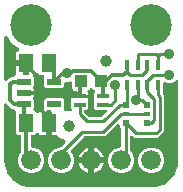
<source format=gbr>
G04 EAGLE Gerber RS-274X export*
G75*
%MOMM*%
%FSLAX34Y34*%
%LPD*%
%INTop Copper*%
%IPPOS*%
%AMOC8*
5,1,8,0,0,1.08239X$1,22.5*%
G01*
%ADD10C,3.516000*%
%ADD11C,1.000000*%
%ADD12R,1.240000X1.500000*%
%ADD13R,1.200000X0.550000*%
%ADD14R,1.075000X1.000000*%
%ADD15C,1.676400*%
%ADD16R,1.000000X0.350000*%
%ADD17R,0.450000X0.900000*%
%ADD18R,0.500000X0.500000*%
%ADD19R,0.500000X0.400000*%
%ADD20C,0.304800*%
%ADD21C,0.906400*%
%ADD22C,0.254000*%
%ADD23C,0.254000*%

G36*
X125561Y2551D02*
X125561Y2551D01*
X125644Y2552D01*
X125718Y2571D01*
X125741Y2574D01*
X127016Y2541D01*
X127026Y2542D01*
X127049Y2541D01*
X127121Y2541D01*
X127139Y2543D01*
X127188Y2543D01*
X130450Y2715D01*
X130518Y2727D01*
X130587Y2730D01*
X130744Y2766D01*
X137031Y4632D01*
X137140Y4680D01*
X137251Y4721D01*
X137304Y4752D01*
X137322Y4760D01*
X137338Y4773D01*
X137390Y4803D01*
X142793Y8521D01*
X142881Y8600D01*
X142975Y8673D01*
X143015Y8719D01*
X143030Y8733D01*
X143042Y8750D01*
X143081Y8795D01*
X147071Y14000D01*
X147130Y14103D01*
X147197Y14201D01*
X147221Y14257D01*
X147231Y14275D01*
X147236Y14294D01*
X147260Y14349D01*
X149446Y20533D01*
X149461Y20601D01*
X149485Y20665D01*
X149512Y20824D01*
X149852Y24084D01*
X149852Y24102D01*
X149859Y24216D01*
X149859Y92343D01*
X149842Y92481D01*
X149829Y92619D01*
X149822Y92638D01*
X149819Y92658D01*
X149768Y92788D01*
X149721Y92918D01*
X149710Y92935D01*
X149702Y92954D01*
X149621Y93066D01*
X149543Y93181D01*
X149527Y93195D01*
X149516Y93211D01*
X149408Y93300D01*
X149304Y93392D01*
X149286Y93401D01*
X149271Y93414D01*
X149145Y93473D01*
X149021Y93537D01*
X149001Y93541D01*
X148983Y93550D01*
X148846Y93576D01*
X148711Y93606D01*
X148690Y93606D01*
X148671Y93609D01*
X148532Y93601D01*
X148393Y93597D01*
X148373Y93591D01*
X148353Y93590D01*
X148221Y93547D01*
X148087Y93508D01*
X148070Y93498D01*
X148051Y93492D01*
X147933Y93417D01*
X147813Y93347D01*
X147792Y93328D01*
X147782Y93321D01*
X147768Y93306D01*
X147693Y93240D01*
X146246Y91794D01*
X143647Y90717D01*
X140833Y90717D01*
X138926Y91507D01*
X138878Y91520D01*
X138833Y91542D01*
X138725Y91562D01*
X138619Y91591D01*
X138569Y91592D01*
X138520Y91601D01*
X138411Y91595D01*
X138301Y91596D01*
X138253Y91585D01*
X138203Y91582D01*
X138099Y91548D01*
X137992Y91522D01*
X137948Y91499D01*
X137901Y91484D01*
X137808Y91425D01*
X137711Y91373D01*
X137674Y91340D01*
X137632Y91313D01*
X137557Y91234D01*
X137475Y91160D01*
X137448Y91118D01*
X137414Y91082D01*
X137361Y90986D01*
X137301Y90894D01*
X137284Y90847D01*
X137260Y90803D01*
X137233Y90697D01*
X137197Y90593D01*
X137193Y90543D01*
X137181Y90495D01*
X137171Y90335D01*
X137171Y83738D01*
X137047Y83613D01*
X136974Y83519D01*
X136895Y83430D01*
X136876Y83394D01*
X136852Y83362D01*
X136804Y83253D01*
X136750Y83147D01*
X136741Y83108D01*
X136725Y83070D01*
X136707Y82952D01*
X136681Y82837D01*
X136682Y82796D01*
X136675Y82756D01*
X136687Y82638D01*
X136690Y82519D01*
X136701Y82480D01*
X136705Y82440D01*
X136745Y82328D01*
X136779Y82213D01*
X136799Y82178D01*
X136813Y82140D01*
X136880Y82042D01*
X136940Y81939D01*
X136980Y81894D01*
X136991Y81877D01*
X137007Y81864D01*
X137047Y81818D01*
X137923Y80942D01*
X137923Y49984D01*
X132388Y44449D01*
X112732Y44449D01*
X111277Y45903D01*
X111168Y45989D01*
X111061Y46077D01*
X111042Y46086D01*
X111026Y46098D01*
X110898Y46154D01*
X110773Y46213D01*
X110753Y46217D01*
X110734Y46225D01*
X110596Y46247D01*
X110460Y46273D01*
X110440Y46271D01*
X110420Y46274D01*
X110281Y46261D01*
X110143Y46253D01*
X110124Y46247D01*
X110104Y46245D01*
X109972Y46197D01*
X109841Y46155D01*
X109823Y46144D01*
X109804Y46137D01*
X109689Y46059D01*
X109572Y45985D01*
X109558Y45970D01*
X109541Y45958D01*
X109449Y45854D01*
X109354Y45753D01*
X109344Y45735D01*
X109331Y45720D01*
X109267Y45596D01*
X109200Y45474D01*
X109195Y45455D01*
X109186Y45437D01*
X109156Y45301D01*
X109121Y45167D01*
X109119Y45138D01*
X109116Y45127D01*
X109117Y45106D01*
X109111Y45006D01*
X109111Y33862D01*
X109123Y33764D01*
X109126Y33665D01*
X109143Y33607D01*
X109151Y33547D01*
X109187Y33454D01*
X109215Y33359D01*
X109245Y33307D01*
X109268Y33251D01*
X109326Y33171D01*
X109376Y33085D01*
X109442Y33010D01*
X109454Y32994D01*
X109464Y32986D01*
X109482Y32965D01*
X110860Y31587D01*
X112523Y27573D01*
X112523Y23227D01*
X110860Y19213D01*
X107787Y16140D01*
X103773Y14477D01*
X99427Y14477D01*
X95413Y16140D01*
X92340Y19213D01*
X90677Y23227D01*
X90677Y27573D01*
X92340Y31587D01*
X95413Y34660D01*
X99427Y36323D01*
X100220Y36323D01*
X100338Y36338D01*
X100457Y36345D01*
X100495Y36358D01*
X100536Y36363D01*
X100646Y36406D01*
X100759Y36443D01*
X100794Y36465D01*
X100831Y36480D01*
X100927Y36549D01*
X101028Y36613D01*
X101056Y36643D01*
X101089Y36666D01*
X101165Y36758D01*
X101246Y36845D01*
X101266Y36880D01*
X101291Y36911D01*
X101342Y37019D01*
X101400Y37123D01*
X101410Y37163D01*
X101427Y37199D01*
X101449Y37316D01*
X101479Y37431D01*
X101483Y37491D01*
X101487Y37511D01*
X101485Y37532D01*
X101489Y37592D01*
X101489Y51962D01*
X101477Y52060D01*
X101474Y52159D01*
X101457Y52217D01*
X101449Y52277D01*
X101413Y52369D01*
X101385Y52465D01*
X101355Y52517D01*
X101332Y52573D01*
X101274Y52653D01*
X101224Y52739D01*
X101158Y52814D01*
X101146Y52830D01*
X101136Y52838D01*
X101117Y52859D01*
X100259Y53718D01*
X100259Y54976D01*
X100242Y55113D01*
X100229Y55252D01*
X100222Y55271D01*
X100219Y55291D01*
X100168Y55420D01*
X100121Y55551D01*
X100110Y55568D01*
X100102Y55587D01*
X100021Y55699D01*
X99943Y55815D01*
X99927Y55828D01*
X99916Y55844D01*
X99808Y55933D01*
X99704Y56025D01*
X99686Y56034D01*
X99671Y56047D01*
X99545Y56106D01*
X99421Y56170D01*
X99401Y56174D01*
X99383Y56183D01*
X99247Y56209D01*
X99111Y56239D01*
X99090Y56239D01*
X99071Y56243D01*
X98932Y56234D01*
X98793Y56230D01*
X98773Y56224D01*
X98753Y56223D01*
X98621Y56180D01*
X98487Y56141D01*
X98470Y56131D01*
X98451Y56125D01*
X98333Y56050D01*
X98213Y55980D01*
X98192Y55961D01*
X98182Y55955D01*
X98168Y55940D01*
X98093Y55873D01*
X87938Y45719D01*
X70684Y45719D01*
X70586Y45707D01*
X70487Y45704D01*
X70429Y45687D01*
X70369Y45679D01*
X70277Y45643D01*
X70181Y45615D01*
X70129Y45585D01*
X70073Y45562D01*
X69993Y45504D01*
X69908Y45454D01*
X69832Y45388D01*
X69816Y45376D01*
X69808Y45366D01*
X69787Y45348D01*
X58941Y34501D01*
X58868Y34407D01*
X58789Y34318D01*
X58770Y34282D01*
X58746Y34250D01*
X58698Y34141D01*
X58644Y34035D01*
X58635Y33995D01*
X58619Y33958D01*
X58601Y33841D01*
X58575Y33725D01*
X58576Y33684D01*
X58569Y33644D01*
X58581Y33526D01*
X58584Y33407D01*
X58596Y33368D01*
X58599Y33328D01*
X58640Y33215D01*
X58673Y33101D01*
X58693Y33066D01*
X58707Y33028D01*
X58774Y32930D01*
X58834Y32827D01*
X58874Y32782D01*
X58885Y32765D01*
X58901Y32752D01*
X58941Y32706D01*
X60060Y31587D01*
X61723Y27573D01*
X61723Y23227D01*
X60060Y19213D01*
X56987Y16140D01*
X52973Y14477D01*
X48627Y14477D01*
X44613Y16140D01*
X41540Y19213D01*
X39877Y23227D01*
X39877Y27573D01*
X41540Y31587D01*
X44613Y34660D01*
X48627Y36323D01*
X49458Y36323D01*
X49556Y36335D01*
X49655Y36338D01*
X49713Y36355D01*
X49773Y36363D01*
X49865Y36399D01*
X49961Y36427D01*
X50013Y36457D01*
X50069Y36480D01*
X50149Y36538D01*
X50234Y36588D01*
X50310Y36654D01*
X50326Y36666D01*
X50334Y36676D01*
X50355Y36694D01*
X54072Y40411D01*
X54103Y40451D01*
X54139Y40484D01*
X54200Y40576D01*
X54267Y40663D01*
X54287Y40708D01*
X54314Y40750D01*
X54350Y40854D01*
X54393Y40954D01*
X54401Y41004D01*
X54417Y41051D01*
X54426Y41160D01*
X54443Y41269D01*
X54439Y41318D01*
X54443Y41368D01*
X54424Y41476D01*
X54413Y41585D01*
X54397Y41632D01*
X54388Y41681D01*
X54343Y41781D01*
X54306Y41884D01*
X54278Y41926D01*
X54258Y41971D01*
X54189Y42057D01*
X54127Y42148D01*
X54090Y42180D01*
X54059Y42219D01*
X53971Y42285D01*
X53889Y42358D01*
X53845Y42381D01*
X53805Y42411D01*
X53660Y42481D01*
X50046Y43978D01*
X47287Y46738D01*
X47209Y46798D01*
X47137Y46866D01*
X47084Y46895D01*
X47036Y46932D01*
X46945Y46972D01*
X46858Y47020D01*
X46800Y47035D01*
X46744Y47059D01*
X46646Y47074D01*
X46550Y47099D01*
X46450Y47105D01*
X46430Y47109D01*
X46418Y47107D01*
X46390Y47109D01*
X42519Y47109D01*
X42519Y55880D01*
X42504Y55998D01*
X42497Y56117D01*
X42484Y56155D01*
X42479Y56195D01*
X42435Y56306D01*
X42399Y56419D01*
X42377Y56454D01*
X42362Y56491D01*
X42292Y56587D01*
X42229Y56688D01*
X42199Y56716D01*
X42175Y56748D01*
X42084Y56824D01*
X41997Y56906D01*
X41962Y56925D01*
X41930Y56951D01*
X41823Y57002D01*
X41719Y57059D01*
X41679Y57070D01*
X41643Y57087D01*
X41526Y57109D01*
X41411Y57139D01*
X41350Y57143D01*
X41330Y57147D01*
X41310Y57145D01*
X41250Y57149D01*
X38710Y57149D01*
X38592Y57134D01*
X38473Y57127D01*
X38435Y57114D01*
X38395Y57109D01*
X38284Y57065D01*
X38171Y57029D01*
X38136Y57007D01*
X38099Y56992D01*
X38003Y56922D01*
X37902Y56859D01*
X37874Y56829D01*
X37841Y56805D01*
X37766Y56714D01*
X37684Y56627D01*
X37664Y56592D01*
X37639Y56560D01*
X37588Y56453D01*
X37530Y56349D01*
X37520Y56309D01*
X37503Y56273D01*
X37481Y56156D01*
X37451Y56041D01*
X37447Y55980D01*
X37443Y55960D01*
X37445Y55940D01*
X37444Y55934D01*
X37443Y55930D01*
X37444Y55925D01*
X37441Y55880D01*
X37441Y47109D01*
X33446Y47109D01*
X32799Y47282D01*
X32220Y47617D01*
X31747Y48090D01*
X31647Y48264D01*
X31570Y48364D01*
X31500Y48468D01*
X31475Y48490D01*
X31454Y48517D01*
X31356Y48595D01*
X31262Y48678D01*
X31232Y48694D01*
X31205Y48715D01*
X31090Y48766D01*
X30978Y48823D01*
X30945Y48830D01*
X30915Y48844D01*
X30790Y48865D01*
X30668Y48893D01*
X30634Y48892D01*
X30601Y48897D01*
X30476Y48887D01*
X30350Y48883D01*
X30318Y48874D01*
X30284Y48871D01*
X30165Y48830D01*
X30045Y48795D01*
X30016Y48778D01*
X29984Y48766D01*
X29879Y48697D01*
X29771Y48633D01*
X29734Y48601D01*
X29719Y48591D01*
X29704Y48575D01*
X29650Y48527D01*
X28232Y47109D01*
X26314Y47109D01*
X26196Y47094D01*
X26077Y47087D01*
X26039Y47074D01*
X25998Y47069D01*
X25888Y47026D01*
X25775Y46989D01*
X25740Y46967D01*
X25703Y46952D01*
X25607Y46883D01*
X25506Y46819D01*
X25478Y46789D01*
X25445Y46766D01*
X25369Y46674D01*
X25288Y46587D01*
X25268Y46552D01*
X25243Y46521D01*
X25192Y46413D01*
X25134Y46309D01*
X25124Y46269D01*
X25107Y46233D01*
X25085Y46116D01*
X25055Y46001D01*
X25051Y45941D01*
X25047Y45921D01*
X25049Y45900D01*
X25045Y45840D01*
X25045Y37592D01*
X25060Y37474D01*
X25067Y37355D01*
X25080Y37317D01*
X25085Y37276D01*
X25128Y37166D01*
X25165Y37053D01*
X25187Y37018D01*
X25202Y36981D01*
X25271Y36885D01*
X25335Y36784D01*
X25365Y36756D01*
X25388Y36723D01*
X25480Y36647D01*
X25567Y36566D01*
X25602Y36546D01*
X25633Y36521D01*
X25741Y36470D01*
X25845Y36412D01*
X25885Y36402D01*
X25921Y36385D01*
X26038Y36363D01*
X26153Y36333D01*
X26213Y36329D01*
X26233Y36325D01*
X26254Y36327D01*
X26314Y36323D01*
X27573Y36323D01*
X31587Y34660D01*
X34660Y31587D01*
X36323Y27573D01*
X36323Y23227D01*
X34660Y19213D01*
X31587Y16140D01*
X27573Y14477D01*
X23227Y14477D01*
X19213Y16140D01*
X16140Y19213D01*
X14477Y23227D01*
X14477Y27573D01*
X16140Y31587D01*
X16543Y31991D01*
X16604Y32069D01*
X16672Y32141D01*
X16701Y32194D01*
X16738Y32242D01*
X16778Y32333D01*
X16826Y32419D01*
X16841Y32478D01*
X16865Y32534D01*
X16880Y32632D01*
X16905Y32727D01*
X16911Y32827D01*
X16915Y32848D01*
X16913Y32860D01*
X16915Y32888D01*
X16915Y45840D01*
X16900Y45958D01*
X16893Y46077D01*
X16880Y46115D01*
X16875Y46156D01*
X16832Y46266D01*
X16795Y46379D01*
X16773Y46414D01*
X16758Y46451D01*
X16689Y46547D01*
X16625Y46648D01*
X16595Y46676D01*
X16572Y46709D01*
X16480Y46785D01*
X16393Y46866D01*
X16358Y46886D01*
X16327Y46911D01*
X16219Y46962D01*
X16115Y47020D01*
X16075Y47030D01*
X16039Y47047D01*
X15922Y47069D01*
X15807Y47099D01*
X15747Y47103D01*
X15727Y47107D01*
X15706Y47105D01*
X15646Y47109D01*
X13728Y47109D01*
X12239Y48598D01*
X12239Y65732D01*
X12303Y65809D01*
X12312Y65828D01*
X12324Y65844D01*
X12380Y65971D01*
X12439Y66097D01*
X12443Y66117D01*
X12451Y66136D01*
X12472Y66273D01*
X12499Y66410D01*
X12497Y66430D01*
X12500Y66450D01*
X12487Y66588D01*
X12479Y66727D01*
X12473Y66746D01*
X12471Y66766D01*
X12424Y66897D01*
X12381Y67029D01*
X12370Y67047D01*
X12363Y67066D01*
X12285Y67181D01*
X12211Y67298D01*
X12196Y67312D01*
X12185Y67329D01*
X12081Y67421D01*
X11979Y67516D01*
X11961Y67526D01*
X11946Y67539D01*
X11886Y67570D01*
X10842Y68613D01*
X10764Y68674D01*
X10692Y68742D01*
X10639Y68771D01*
X10591Y68808D01*
X10500Y68848D01*
X10413Y68896D01*
X10355Y68911D01*
X10299Y68935D01*
X10201Y68950D01*
X10106Y68975D01*
X10006Y68981D01*
X9985Y68985D01*
X9973Y68983D01*
X9945Y68985D01*
X9086Y68985D01*
X6308Y71764D01*
X4707Y73364D01*
X4598Y73449D01*
X4491Y73538D01*
X4472Y73547D01*
X4456Y73559D01*
X4328Y73615D01*
X4203Y73674D01*
X4183Y73677D01*
X4164Y73685D01*
X4026Y73707D01*
X3890Y73733D01*
X3870Y73732D01*
X3850Y73735D01*
X3711Y73722D01*
X3573Y73714D01*
X3554Y73707D01*
X3534Y73705D01*
X3402Y73658D01*
X3271Y73616D01*
X3253Y73605D01*
X3234Y73598D01*
X3119Y73520D01*
X3002Y73445D01*
X2988Y73431D01*
X2971Y73419D01*
X2879Y73315D01*
X2784Y73214D01*
X2774Y73196D01*
X2761Y73181D01*
X2697Y73057D01*
X2630Y72935D01*
X2625Y72916D01*
X2616Y72898D01*
X2586Y72762D01*
X2551Y72627D01*
X2549Y72599D01*
X2546Y72587D01*
X2547Y72567D01*
X2541Y72467D01*
X2541Y25400D01*
X2543Y25378D01*
X2545Y25300D01*
X2810Y21923D01*
X2824Y21855D01*
X2829Y21786D01*
X2869Y21630D01*
X4956Y15206D01*
X5006Y15099D01*
X5050Y14988D01*
X5083Y14937D01*
X5091Y14918D01*
X5104Y14903D01*
X5136Y14852D01*
X9107Y9388D01*
X9127Y9366D01*
X9138Y9348D01*
X9184Y9305D01*
X9188Y9301D01*
X9264Y9209D01*
X9310Y9171D01*
X9324Y9156D01*
X9342Y9145D01*
X9388Y9107D01*
X14596Y5322D01*
X14852Y5136D01*
X14956Y5079D01*
X15056Y5015D01*
X15113Y4993D01*
X15131Y4983D01*
X15151Y4978D01*
X15206Y4956D01*
X21630Y2869D01*
X21698Y2856D01*
X21764Y2833D01*
X21923Y2810D01*
X25300Y2545D01*
X25322Y2546D01*
X25400Y2541D01*
X125479Y2541D01*
X125561Y2551D01*
G37*
G36*
X84354Y62243D02*
X84354Y62243D01*
X84453Y62246D01*
X84511Y62263D01*
X84571Y62271D01*
X84663Y62307D01*
X84759Y62335D01*
X84811Y62365D01*
X84867Y62388D01*
X84947Y62446D01*
X85032Y62496D01*
X85108Y62562D01*
X85124Y62574D01*
X85132Y62584D01*
X85153Y62602D01*
X88793Y66243D01*
X88879Y66352D01*
X88967Y66459D01*
X88976Y66478D01*
X88988Y66494D01*
X89044Y66622D01*
X89103Y66747D01*
X89107Y66767D01*
X89115Y66786D01*
X89137Y66924D01*
X89163Y67060D01*
X89161Y67080D01*
X89164Y67100D01*
X89151Y67239D01*
X89143Y67377D01*
X89137Y67396D01*
X89135Y67416D01*
X89087Y67548D01*
X89045Y67679D01*
X89034Y67697D01*
X89027Y67716D01*
X88949Y67831D01*
X88875Y67948D01*
X88860Y67962D01*
X88848Y67979D01*
X88744Y68071D01*
X88643Y68166D01*
X88625Y68176D01*
X88610Y68189D01*
X88486Y68253D01*
X88364Y68320D01*
X88345Y68325D01*
X88327Y68334D01*
X88191Y68364D01*
X88057Y68399D01*
X88028Y68401D01*
X88017Y68404D01*
X87996Y68403D01*
X87896Y68409D01*
X80148Y68409D01*
X78659Y69898D01*
X78659Y75565D01*
X78702Y75663D01*
X78756Y75769D01*
X78765Y75808D01*
X78781Y75846D01*
X78799Y75963D01*
X78825Y76079D01*
X78824Y76120D01*
X78830Y76160D01*
X78819Y76278D01*
X78816Y76397D01*
X78804Y76436D01*
X78801Y76476D01*
X78760Y76588D01*
X78727Y76703D01*
X78707Y76737D01*
X78693Y76776D01*
X78659Y76825D01*
X78659Y82502D01*
X79159Y83003D01*
X79244Y83112D01*
X79333Y83219D01*
X79342Y83238D01*
X79354Y83254D01*
X79410Y83382D01*
X79469Y83507D01*
X79473Y83527D01*
X79481Y83546D01*
X79503Y83684D01*
X79529Y83820D01*
X79527Y83840D01*
X79531Y83860D01*
X79517Y83999D01*
X79509Y84137D01*
X79503Y84156D01*
X79501Y84176D01*
X79454Y84307D01*
X79411Y84439D01*
X79400Y84457D01*
X79393Y84476D01*
X79315Y84590D01*
X79241Y84708D01*
X79226Y84722D01*
X79215Y84739D01*
X79110Y84831D01*
X79009Y84926D01*
X78991Y84936D01*
X78976Y84949D01*
X78852Y85012D01*
X78731Y85080D01*
X78711Y85085D01*
X78693Y85094D01*
X78557Y85124D01*
X78423Y85159D01*
X78395Y85161D01*
X78383Y85164D01*
X78362Y85163D01*
X78273Y85169D01*
X77077Y86365D01*
X76978Y86442D01*
X76882Y86524D01*
X76852Y86539D01*
X76826Y86560D01*
X76710Y86610D01*
X76598Y86666D01*
X76565Y86673D01*
X76534Y86686D01*
X76409Y86706D01*
X76287Y86732D01*
X76253Y86731D01*
X76220Y86736D01*
X76094Y86724D01*
X75969Y86719D01*
X75937Y86709D01*
X75903Y86706D01*
X75784Y86663D01*
X75664Y86627D01*
X75636Y86610D01*
X75604Y86599D01*
X75500Y86528D01*
X75392Y86463D01*
X75369Y86439D01*
X75341Y86420D01*
X75257Y86325D01*
X75169Y86236D01*
X75142Y86195D01*
X75130Y86182D01*
X75121Y86162D01*
X74635Y85677D01*
X74056Y85342D01*
X73691Y85245D01*
X73569Y85195D01*
X73444Y85150D01*
X73421Y85135D01*
X73397Y85125D01*
X73290Y85046D01*
X73181Y84971D01*
X73163Y84951D01*
X73141Y84935D01*
X73058Y84832D01*
X72970Y84733D01*
X72958Y84709D01*
X72941Y84688D01*
X72886Y84567D01*
X72826Y84450D01*
X72820Y84423D01*
X72808Y84399D01*
X72785Y84268D01*
X72756Y84139D01*
X72757Y84112D01*
X72752Y84086D01*
X72762Y83954D01*
X72766Y83821D01*
X72773Y83796D01*
X72775Y83769D01*
X72817Y83643D01*
X72854Y83516D01*
X72868Y83493D01*
X72876Y83467D01*
X72948Y83356D01*
X73016Y83242D01*
X73041Y83213D01*
X73049Y83200D01*
X73065Y83186D01*
X73122Y83121D01*
X73233Y83010D01*
X73568Y82431D01*
X73741Y81784D01*
X73741Y80969D01*
X66200Y80969D01*
X58659Y80969D01*
X58659Y81784D01*
X58832Y82431D01*
X59167Y83010D01*
X59640Y83483D01*
X60312Y83871D01*
X60411Y83947D01*
X60516Y84017D01*
X60538Y84043D01*
X60565Y84063D01*
X60643Y84161D01*
X60726Y84256D01*
X60741Y84286D01*
X60762Y84312D01*
X60814Y84427D01*
X60871Y84539D01*
X60878Y84572D01*
X60892Y84603D01*
X60913Y84727D01*
X60940Y84849D01*
X60939Y84883D01*
X60945Y84916D01*
X60935Y85042D01*
X60931Y85167D01*
X60921Y85200D01*
X60919Y85233D01*
X60877Y85352D01*
X60842Y85473D01*
X60825Y85502D01*
X60814Y85534D01*
X60745Y85638D01*
X60681Y85747D01*
X60648Y85783D01*
X60638Y85799D01*
X60622Y85813D01*
X60574Y85868D01*
X60292Y86150D01*
X59957Y86729D01*
X59784Y87376D01*
X59784Y91171D01*
X59778Y91221D01*
X59780Y91270D01*
X59758Y91378D01*
X59744Y91487D01*
X59726Y91533D01*
X59716Y91582D01*
X59668Y91681D01*
X59627Y91783D01*
X59598Y91823D01*
X59576Y91868D01*
X59505Y91951D01*
X59441Y92040D01*
X59402Y92072D01*
X59370Y92110D01*
X59280Y92173D01*
X59196Y92243D01*
X59151Y92264D01*
X59110Y92293D01*
X59007Y92332D01*
X58908Y92378D01*
X58859Y92388D01*
X58813Y92405D01*
X58703Y92418D01*
X58596Y92438D01*
X58546Y92435D01*
X58497Y92441D01*
X58388Y92425D01*
X58278Y92418D01*
X58231Y92403D01*
X58182Y92396D01*
X58029Y92344D01*
X57168Y91987D01*
X54561Y91987D01*
X54443Y91972D01*
X54324Y91965D01*
X54286Y91952D01*
X54245Y91947D01*
X54135Y91904D01*
X54022Y91867D01*
X53987Y91845D01*
X53950Y91830D01*
X53854Y91761D01*
X53753Y91697D01*
X53725Y91667D01*
X53692Y91644D01*
X53616Y91552D01*
X53535Y91465D01*
X53515Y91430D01*
X53490Y91399D01*
X53439Y91291D01*
X53381Y91187D01*
X53371Y91147D01*
X53354Y91111D01*
X53332Y90994D01*
X53302Y90879D01*
X53298Y90819D01*
X53294Y90799D01*
X53296Y90778D01*
X53292Y90718D01*
X53292Y88248D01*
X51803Y86759D01*
X37699Y86759D01*
X36210Y88248D01*
X36210Y95882D01*
X36274Y95959D01*
X36283Y95978D01*
X36295Y95994D01*
X36351Y96121D01*
X36410Y96247D01*
X36414Y96267D01*
X36422Y96286D01*
X36443Y96423D01*
X36470Y96560D01*
X36468Y96580D01*
X36471Y96600D01*
X36458Y96738D01*
X36450Y96877D01*
X36444Y96896D01*
X36442Y96916D01*
X36395Y97047D01*
X36352Y97179D01*
X36341Y97197D01*
X36334Y97216D01*
X36256Y97331D01*
X36182Y97448D01*
X36167Y97462D01*
X36156Y97479D01*
X36052Y97571D01*
X35950Y97666D01*
X35932Y97676D01*
X35917Y97689D01*
X35794Y97752D01*
X35672Y97820D01*
X35652Y97825D01*
X35634Y97834D01*
X35498Y97864D01*
X35364Y97899D01*
X35336Y97901D01*
X35324Y97904D01*
X35303Y97903D01*
X35203Y97909D01*
X32728Y97909D01*
X31310Y99327D01*
X31211Y99404D01*
X31116Y99486D01*
X31086Y99501D01*
X31059Y99522D01*
X30943Y99572D01*
X30831Y99628D01*
X30798Y99635D01*
X30767Y99648D01*
X30643Y99668D01*
X30520Y99694D01*
X30486Y99693D01*
X30453Y99698D01*
X30328Y99686D01*
X30202Y99681D01*
X30170Y99671D01*
X30136Y99668D01*
X30018Y99625D01*
X29898Y99589D01*
X29869Y99572D01*
X29837Y99560D01*
X29733Y99490D01*
X29625Y99425D01*
X29602Y99401D01*
X29574Y99382D01*
X29491Y99288D01*
X29403Y99198D01*
X29376Y99157D01*
X29363Y99143D01*
X29354Y99124D01*
X29313Y99064D01*
X29213Y98890D01*
X28740Y98417D01*
X28161Y98082D01*
X27839Y97996D01*
X27716Y97946D01*
X27591Y97901D01*
X27569Y97886D01*
X27544Y97876D01*
X27438Y97797D01*
X27328Y97723D01*
X27310Y97702D01*
X27289Y97686D01*
X27206Y97584D01*
X27118Y97484D01*
X27106Y97460D01*
X27089Y97439D01*
X27033Y97319D01*
X26973Y97201D01*
X26967Y97175D01*
X26956Y97150D01*
X26933Y97020D01*
X26904Y96891D01*
X26904Y96864D01*
X26900Y96837D01*
X26909Y96705D01*
X26913Y96573D01*
X26921Y96547D01*
X26923Y96520D01*
X26965Y96394D01*
X27002Y96267D01*
X27015Y96244D01*
X27024Y96219D01*
X27096Y96107D01*
X27163Y95993D01*
X27188Y95965D01*
X27197Y95952D01*
X27213Y95937D01*
X27270Y95873D01*
X27290Y95852D01*
X27290Y88248D01*
X27149Y88107D01*
X27080Y88018D01*
X27005Y87934D01*
X26983Y87893D01*
X26954Y87855D01*
X26909Y87752D01*
X26857Y87653D01*
X26846Y87607D01*
X26827Y87563D01*
X26810Y87452D01*
X26784Y87343D01*
X26785Y87296D01*
X26778Y87249D01*
X26788Y87137D01*
X26790Y87025D01*
X26803Y86980D01*
X26807Y86933D01*
X26845Y86827D01*
X26875Y86719D01*
X26908Y86654D01*
X26915Y86633D01*
X26925Y86618D01*
X26947Y86574D01*
X27117Y86281D01*
X27290Y85634D01*
X27290Y83924D01*
X18854Y83924D01*
X18736Y83909D01*
X18617Y83902D01*
X18579Y83889D01*
X18539Y83884D01*
X18428Y83841D01*
X18315Y83804D01*
X18281Y83782D01*
X18243Y83767D01*
X18147Y83698D01*
X18046Y83634D01*
X18018Y83604D01*
X17986Y83581D01*
X17910Y83489D01*
X17828Y83402D01*
X17809Y83367D01*
X17783Y83336D01*
X17732Y83228D01*
X17675Y83124D01*
X17665Y83084D01*
X17647Y83048D01*
X17625Y82931D01*
X17595Y82816D01*
X17591Y82756D01*
X17588Y82736D01*
X17589Y82715D01*
X17585Y82655D01*
X17585Y82445D01*
X17600Y82327D01*
X17607Y82208D01*
X17620Y82170D01*
X17625Y82129D01*
X17669Y82019D01*
X17705Y81906D01*
X17727Y81871D01*
X17742Y81834D01*
X17812Y81737D01*
X17875Y81637D01*
X17905Y81609D01*
X17929Y81576D01*
X18020Y81500D01*
X18107Y81419D01*
X18142Y81399D01*
X18174Y81374D01*
X18281Y81323D01*
X18386Y81265D01*
X18425Y81255D01*
X18461Y81238D01*
X18578Y81216D01*
X18694Y81186D01*
X18754Y81182D01*
X18774Y81178D01*
X18794Y81180D01*
X18854Y81176D01*
X27290Y81176D01*
X27290Y79466D01*
X27117Y78819D01*
X26947Y78526D01*
X26903Y78422D01*
X26852Y78322D01*
X26842Y78276D01*
X26824Y78232D01*
X26807Y78121D01*
X26783Y78012D01*
X26784Y77965D01*
X26777Y77918D01*
X26789Y77806D01*
X26792Y77694D01*
X26805Y77648D01*
X26810Y77602D01*
X26850Y77496D01*
X26881Y77388D01*
X26905Y77348D01*
X26921Y77303D01*
X26985Y77211D01*
X27042Y77114D01*
X27090Y77060D01*
X27102Y77042D01*
X27116Y77030D01*
X27149Y76993D01*
X27290Y76852D01*
X27290Y69218D01*
X27226Y69141D01*
X27217Y69122D01*
X27205Y69106D01*
X27149Y68979D01*
X27090Y68853D01*
X27086Y68833D01*
X27078Y68814D01*
X27057Y68677D01*
X27030Y68540D01*
X27032Y68520D01*
X27029Y68500D01*
X27042Y68362D01*
X27050Y68223D01*
X27056Y68204D01*
X27058Y68184D01*
X27105Y68053D01*
X27148Y67921D01*
X27159Y67903D01*
X27166Y67884D01*
X27244Y67769D01*
X27318Y67652D01*
X27333Y67638D01*
X27344Y67621D01*
X27448Y67529D01*
X27550Y67434D01*
X27568Y67424D01*
X27583Y67411D01*
X27706Y67348D01*
X27828Y67280D01*
X27848Y67275D01*
X27866Y67266D01*
X28002Y67236D01*
X28136Y67201D01*
X28164Y67199D01*
X28176Y67196D01*
X28197Y67197D01*
X28228Y67195D01*
X29650Y65773D01*
X29749Y65696D01*
X29844Y65614D01*
X29874Y65599D01*
X29901Y65578D01*
X30017Y65528D01*
X30129Y65472D01*
X30162Y65465D01*
X30193Y65452D01*
X30317Y65432D01*
X30440Y65406D01*
X30474Y65407D01*
X30507Y65402D01*
X30632Y65414D01*
X30758Y65419D01*
X30790Y65429D01*
X30824Y65432D01*
X30942Y65475D01*
X31062Y65511D01*
X31091Y65528D01*
X31123Y65540D01*
X31227Y65610D01*
X31335Y65675D01*
X31358Y65699D01*
X31386Y65718D01*
X31469Y65812D01*
X31557Y65902D01*
X31584Y65943D01*
X31597Y65957D01*
X31606Y65976D01*
X31647Y66036D01*
X31747Y66210D01*
X32220Y66683D01*
X32799Y67018D01*
X33446Y67191D01*
X35203Y67191D01*
X35341Y67208D01*
X35479Y67221D01*
X35498Y67228D01*
X35518Y67231D01*
X35648Y67282D01*
X35779Y67329D01*
X35795Y67340D01*
X35814Y67348D01*
X35927Y67429D01*
X36042Y67507D01*
X36055Y67523D01*
X36071Y67534D01*
X36160Y67642D01*
X36252Y67746D01*
X36261Y67764D01*
X36274Y67779D01*
X36334Y67905D01*
X36397Y68029D01*
X36401Y68049D01*
X36410Y68067D01*
X36436Y68204D01*
X36466Y68339D01*
X36466Y68360D01*
X36470Y68379D01*
X36461Y68518D01*
X36457Y68657D01*
X36451Y68677D01*
X36450Y68697D01*
X36407Y68829D01*
X36368Y68963D01*
X36358Y68980D01*
X36352Y68999D01*
X36278Y69117D01*
X36210Y69231D01*
X36210Y76852D01*
X37699Y78341D01*
X51803Y78341D01*
X53292Y76852D01*
X53292Y69248D01*
X53260Y69216D01*
X53217Y69161D01*
X53167Y69112D01*
X53120Y69035D01*
X53065Y68964D01*
X53037Y68900D01*
X53001Y68841D01*
X52974Y68755D01*
X52939Y68673D01*
X52928Y68604D01*
X52907Y68537D01*
X52903Y68447D01*
X52889Y68359D01*
X52895Y68289D01*
X52892Y68219D01*
X52910Y68131D01*
X52919Y68042D01*
X52942Y67976D01*
X52956Y67908D01*
X52996Y67827D01*
X53026Y67743D01*
X53065Y67685D01*
X53096Y67622D01*
X53154Y67554D01*
X53205Y67479D01*
X53257Y67433D01*
X53302Y67380D01*
X53376Y67328D01*
X53443Y67269D01*
X53505Y67237D01*
X53562Y67197D01*
X53646Y67165D01*
X53726Y67124D01*
X53795Y67109D01*
X53860Y67084D01*
X53949Y67074D01*
X54037Y67055D01*
X54106Y67057D01*
X54176Y67049D01*
X54265Y67062D01*
X54355Y67064D01*
X54422Y67084D01*
X54491Y67094D01*
X54643Y67146D01*
X54656Y67151D01*
X58342Y67151D01*
X58480Y67168D01*
X58618Y67181D01*
X58637Y67188D01*
X58657Y67191D01*
X58787Y67242D01*
X58918Y67289D01*
X58934Y67300D01*
X58953Y67308D01*
X59065Y67389D01*
X59181Y67467D01*
X59194Y67483D01*
X59210Y67494D01*
X59299Y67602D01*
X59391Y67706D01*
X59400Y67724D01*
X59413Y67739D01*
X59473Y67865D01*
X59536Y67989D01*
X59540Y68009D01*
X59549Y68027D01*
X59575Y68164D01*
X59605Y68299D01*
X59605Y68320D01*
X59609Y68339D01*
X59600Y68478D01*
X59596Y68617D01*
X59590Y68637D01*
X59589Y68657D01*
X59546Y68789D01*
X59507Y68923D01*
X59497Y68940D01*
X59491Y68959D01*
X59416Y69077D01*
X59346Y69197D01*
X59327Y69218D01*
X59321Y69228D01*
X59306Y69242D01*
X59239Y69317D01*
X58659Y69898D01*
X58659Y75515D01*
X58686Y75549D01*
X58761Y75633D01*
X58783Y75674D01*
X58812Y75712D01*
X58857Y75815D01*
X58909Y75914D01*
X58920Y75960D01*
X58939Y76004D01*
X58956Y76115D01*
X58982Y76224D01*
X58981Y76271D01*
X58988Y76318D01*
X58978Y76430D01*
X58976Y76542D01*
X58963Y76587D01*
X58959Y76634D01*
X58921Y76740D01*
X58890Y76848D01*
X58858Y76913D01*
X58851Y76934D01*
X58841Y76949D01*
X58835Y76961D01*
X58659Y77616D01*
X58659Y78431D01*
X66200Y78431D01*
X73741Y78431D01*
X73741Y77616D01*
X73561Y76945D01*
X73537Y76889D01*
X73486Y76789D01*
X73476Y76743D01*
X73458Y76700D01*
X73441Y76588D01*
X73417Y76479D01*
X73418Y76432D01*
X73411Y76385D01*
X73423Y76273D01*
X73426Y76161D01*
X73439Y76116D01*
X73444Y76069D01*
X73484Y75963D01*
X73515Y75855D01*
X73539Y75815D01*
X73555Y75770D01*
X73619Y75678D01*
X73676Y75581D01*
X73724Y75527D01*
X73736Y75509D01*
X73741Y75506D01*
X73741Y69898D01*
X72252Y68409D01*
X71280Y68409D01*
X71162Y68394D01*
X71043Y68387D01*
X71005Y68374D01*
X70964Y68369D01*
X70854Y68326D01*
X70741Y68289D01*
X70706Y68267D01*
X70669Y68252D01*
X70573Y68183D01*
X70472Y68119D01*
X70444Y68089D01*
X70411Y68066D01*
X70335Y67974D01*
X70254Y67887D01*
X70234Y67852D01*
X70209Y67821D01*
X70158Y67713D01*
X70100Y67609D01*
X70090Y67569D01*
X70073Y67533D01*
X70051Y67416D01*
X70021Y67301D01*
X70017Y67240D01*
X70013Y67221D01*
X70015Y67200D01*
X70011Y67140D01*
X70011Y66714D01*
X70023Y66616D01*
X70026Y66517D01*
X70043Y66459D01*
X70051Y66399D01*
X70087Y66307D01*
X70115Y66211D01*
X70145Y66159D01*
X70168Y66103D01*
X70226Y66023D01*
X70276Y65938D01*
X70342Y65862D01*
X70354Y65846D01*
X70364Y65838D01*
X70382Y65817D01*
X73597Y62602D01*
X73675Y62542D01*
X73747Y62474D01*
X73800Y62445D01*
X73848Y62408D01*
X73939Y62368D01*
X74026Y62320D01*
X74084Y62305D01*
X74140Y62281D01*
X74238Y62266D01*
X74334Y62241D01*
X74434Y62235D01*
X74454Y62231D01*
X74466Y62233D01*
X74494Y62231D01*
X84256Y62231D01*
X84354Y62243D01*
G37*
G36*
X3868Y92645D02*
X3868Y92645D01*
X4007Y92649D01*
X4027Y92655D01*
X4047Y92656D01*
X4179Y92699D01*
X4313Y92738D01*
X4330Y92748D01*
X4349Y92754D01*
X4443Y92814D01*
X4445Y92814D01*
X4448Y92817D01*
X4467Y92829D01*
X4587Y92899D01*
X4608Y92918D01*
X4618Y92925D01*
X4632Y92940D01*
X4708Y93006D01*
X5064Y93362D01*
X7171Y95469D01*
X7816Y96115D01*
X9945Y96115D01*
X10043Y96127D01*
X10142Y96130D01*
X10200Y96147D01*
X10260Y96155D01*
X10352Y96191D01*
X10448Y96219D01*
X10500Y96249D01*
X10556Y96272D01*
X10636Y96330D01*
X10721Y96380D01*
X10797Y96446D01*
X10813Y96458D01*
X10821Y96468D01*
X10842Y96486D01*
X11733Y97377D01*
X11759Y97381D01*
X11882Y97429D01*
X12007Y97473D01*
X12029Y97488D01*
X12054Y97498D01*
X12161Y97575D01*
X12272Y97649D01*
X12290Y97669D01*
X12312Y97684D01*
X12396Y97786D01*
X12485Y97885D01*
X12497Y97909D01*
X12514Y97929D01*
X12571Y98049D01*
X12632Y98167D01*
X12638Y98193D01*
X12650Y98217D01*
X12675Y98347D01*
X12705Y98476D01*
X12705Y98503D01*
X12710Y98529D01*
X12701Y98661D01*
X12699Y98794D01*
X12692Y98820D01*
X12690Y98847D01*
X12649Y98973D01*
X12614Y99100D01*
X12597Y99135D01*
X12592Y99149D01*
X12580Y99168D01*
X12542Y99245D01*
X12412Y99469D01*
X12239Y100116D01*
X12239Y105411D01*
X18441Y105411D01*
X18441Y98610D01*
X18456Y98492D01*
X18463Y98373D01*
X18476Y98335D01*
X18481Y98294D01*
X18524Y98184D01*
X18561Y98071D01*
X18583Y98036D01*
X18598Y97999D01*
X18668Y97903D01*
X18731Y97802D01*
X18761Y97774D01*
X18785Y97741D01*
X18876Y97665D01*
X18963Y97584D01*
X18998Y97564D01*
X19029Y97539D01*
X19137Y97488D01*
X19241Y97430D01*
X19281Y97420D01*
X19317Y97403D01*
X19434Y97381D01*
X19549Y97351D01*
X19610Y97347D01*
X19630Y97343D01*
X19650Y97345D01*
X19710Y97341D01*
X22250Y97341D01*
X22368Y97356D01*
X22487Y97363D01*
X22525Y97376D01*
X22565Y97381D01*
X22676Y97424D01*
X22789Y97461D01*
X22824Y97483D01*
X22861Y97498D01*
X22957Y97567D01*
X23058Y97631D01*
X23086Y97661D01*
X23118Y97684D01*
X23194Y97776D01*
X23276Y97863D01*
X23295Y97898D01*
X23321Y97929D01*
X23372Y98037D01*
X23429Y98141D01*
X23440Y98181D01*
X23457Y98217D01*
X23479Y98334D01*
X23509Y98449D01*
X23513Y98509D01*
X23517Y98529D01*
X23515Y98550D01*
X23519Y98610D01*
X23519Y106680D01*
X23504Y106798D01*
X23497Y106917D01*
X23484Y106955D01*
X23479Y106995D01*
X23435Y107106D01*
X23399Y107219D01*
X23377Y107254D01*
X23362Y107291D01*
X23292Y107387D01*
X23229Y107488D01*
X23199Y107516D01*
X23175Y107548D01*
X23084Y107624D01*
X22997Y107706D01*
X22962Y107725D01*
X22930Y107751D01*
X22823Y107802D01*
X22719Y107859D01*
X22679Y107870D01*
X22643Y107887D01*
X22526Y107909D01*
X22411Y107939D01*
X22350Y107943D01*
X22330Y107947D01*
X22310Y107945D01*
X22250Y107949D01*
X20979Y107949D01*
X20979Y109220D01*
X20964Y109338D01*
X20957Y109457D01*
X20944Y109495D01*
X20939Y109535D01*
X20895Y109646D01*
X20859Y109759D01*
X20837Y109794D01*
X20822Y109831D01*
X20752Y109927D01*
X20689Y110028D01*
X20659Y110056D01*
X20635Y110088D01*
X20544Y110164D01*
X20457Y110246D01*
X20422Y110265D01*
X20390Y110291D01*
X20283Y110342D01*
X20179Y110399D01*
X20139Y110410D01*
X20103Y110427D01*
X19986Y110449D01*
X19871Y110479D01*
X19810Y110483D01*
X19790Y110487D01*
X19770Y110485D01*
X19710Y110489D01*
X12239Y110489D01*
X12239Y115784D01*
X12412Y116431D01*
X12747Y117010D01*
X13220Y117483D01*
X13799Y117818D01*
X14176Y117919D01*
X14267Y117955D01*
X14360Y117983D01*
X14413Y118015D01*
X14471Y118039D01*
X14549Y118097D01*
X14633Y118147D01*
X14676Y118191D01*
X14726Y118228D01*
X14787Y118304D01*
X14856Y118374D01*
X14887Y118427D01*
X14926Y118475D01*
X14967Y118564D01*
X15016Y118649D01*
X15033Y118708D01*
X15059Y118764D01*
X15076Y118861D01*
X15103Y118955D01*
X15104Y119017D01*
X15115Y119077D01*
X15108Y119175D01*
X15110Y119273D01*
X15096Y119333D01*
X15092Y119395D01*
X15061Y119487D01*
X15039Y119583D01*
X15010Y119638D01*
X14991Y119696D01*
X14938Y119778D01*
X14893Y119865D01*
X14851Y119911D01*
X14818Y119963D01*
X14746Y120029D01*
X14681Y120102D01*
X14598Y120165D01*
X14584Y120178D01*
X14574Y120184D01*
X14553Y120200D01*
X9366Y123666D01*
X4865Y130401D01*
X4797Y130480D01*
X4736Y130565D01*
X4693Y130600D01*
X4657Y130641D01*
X4571Y130701D01*
X4491Y130767D01*
X4441Y130791D01*
X4395Y130822D01*
X4297Y130858D01*
X4203Y130903D01*
X4149Y130913D01*
X4097Y130932D01*
X3993Y130943D01*
X3890Y130963D01*
X3835Y130959D01*
X3781Y130965D01*
X3677Y130949D01*
X3573Y130943D01*
X3521Y130926D01*
X3466Y130918D01*
X3370Y130877D01*
X3271Y130845D01*
X3224Y130815D01*
X3173Y130794D01*
X3090Y130731D01*
X3002Y130675D01*
X2964Y130635D01*
X2920Y130601D01*
X2855Y130519D01*
X2784Y130443D01*
X2757Y130395D01*
X2723Y130352D01*
X2681Y130256D01*
X2630Y130165D01*
X2617Y130111D01*
X2594Y130061D01*
X2577Y129958D01*
X2551Y129857D01*
X2545Y129769D01*
X2542Y129747D01*
X2543Y129732D01*
X2541Y129696D01*
X2541Y93903D01*
X2558Y93765D01*
X2559Y93759D01*
X2563Y93690D01*
X2566Y93680D01*
X2571Y93627D01*
X2578Y93608D01*
X2581Y93588D01*
X2632Y93458D01*
X2679Y93328D01*
X2690Y93311D01*
X2698Y93292D01*
X2779Y93180D01*
X2857Y93064D01*
X2873Y93051D01*
X2884Y93035D01*
X2992Y92946D01*
X3096Y92854D01*
X3114Y92845D01*
X3129Y92832D01*
X3255Y92773D01*
X3379Y92709D01*
X3399Y92705D01*
X3417Y92696D01*
X3553Y92670D01*
X3689Y92640D01*
X3710Y92640D01*
X3729Y92637D01*
X3868Y92645D01*
G37*
%LPC*%
G36*
X124827Y14477D02*
X124827Y14477D01*
X120813Y16140D01*
X117740Y19213D01*
X116077Y23227D01*
X116077Y27573D01*
X117740Y31587D01*
X120813Y34660D01*
X124827Y36323D01*
X129173Y36323D01*
X133187Y34660D01*
X136260Y31587D01*
X137923Y27573D01*
X137923Y23227D01*
X136260Y19213D01*
X133187Y16140D01*
X129173Y14477D01*
X124827Y14477D01*
G37*
%LPD*%
G36*
X41368Y57166D02*
X41368Y57166D01*
X41487Y57173D01*
X41525Y57186D01*
X41565Y57191D01*
X41676Y57235D01*
X41789Y57271D01*
X41824Y57293D01*
X41861Y57308D01*
X41957Y57378D01*
X42058Y57441D01*
X42086Y57471D01*
X42118Y57495D01*
X42194Y57586D01*
X42276Y57673D01*
X42295Y57708D01*
X42321Y57740D01*
X42372Y57847D01*
X42429Y57951D01*
X42440Y57991D01*
X42457Y58027D01*
X42479Y58144D01*
X42509Y58259D01*
X42513Y58320D01*
X42517Y58340D01*
X42515Y58360D01*
X42519Y58420D01*
X42519Y66490D01*
X42504Y66608D01*
X42497Y66727D01*
X42484Y66765D01*
X42479Y66806D01*
X42435Y66916D01*
X42399Y67029D01*
X42377Y67064D01*
X42362Y67101D01*
X42292Y67197D01*
X42229Y67298D01*
X42199Y67326D01*
X42175Y67359D01*
X42084Y67435D01*
X41997Y67516D01*
X41962Y67536D01*
X41930Y67561D01*
X41823Y67612D01*
X41719Y67670D01*
X41679Y67680D01*
X41643Y67697D01*
X41526Y67719D01*
X41411Y67749D01*
X41350Y67753D01*
X41330Y67757D01*
X41310Y67755D01*
X41250Y67759D01*
X38710Y67759D01*
X38592Y67744D01*
X38473Y67737D01*
X38435Y67724D01*
X38395Y67719D01*
X38284Y67676D01*
X38171Y67639D01*
X38136Y67617D01*
X38099Y67602D01*
X38003Y67533D01*
X37902Y67469D01*
X37874Y67439D01*
X37841Y67416D01*
X37766Y67324D01*
X37684Y67237D01*
X37664Y67202D01*
X37639Y67171D01*
X37588Y67063D01*
X37530Y66959D01*
X37520Y66919D01*
X37503Y66883D01*
X37481Y66766D01*
X37451Y66651D01*
X37447Y66591D01*
X37443Y66571D01*
X37445Y66550D01*
X37441Y66490D01*
X37441Y58420D01*
X37456Y58302D01*
X37463Y58183D01*
X37476Y58145D01*
X37481Y58105D01*
X37524Y57994D01*
X37561Y57881D01*
X37583Y57846D01*
X37598Y57809D01*
X37668Y57713D01*
X37731Y57612D01*
X37761Y57584D01*
X37785Y57552D01*
X37876Y57476D01*
X37963Y57394D01*
X37998Y57375D01*
X38029Y57349D01*
X38137Y57298D01*
X38241Y57241D01*
X38281Y57230D01*
X38317Y57213D01*
X38434Y57191D01*
X38549Y57161D01*
X38610Y57157D01*
X38630Y57153D01*
X38650Y57155D01*
X38710Y57151D01*
X41250Y57151D01*
X41368Y57166D01*
G37*
%LPC*%
G36*
X78699Y27899D02*
X78699Y27899D01*
X78699Y36063D01*
X78758Y36054D01*
X80393Y35523D01*
X81925Y34742D01*
X83316Y33731D01*
X84531Y32516D01*
X85542Y31125D01*
X86323Y29593D01*
X86854Y27958D01*
X86863Y27899D01*
X78699Y27899D01*
G37*
%LPD*%
%LPC*%
G36*
X65537Y27899D02*
X65537Y27899D01*
X65546Y27958D01*
X66077Y29593D01*
X66858Y31125D01*
X67869Y32516D01*
X69084Y33731D01*
X70475Y34742D01*
X72007Y35523D01*
X73642Y36054D01*
X73701Y36063D01*
X73701Y27899D01*
X65537Y27899D01*
G37*
%LPD*%
%LPC*%
G36*
X78699Y22901D02*
X78699Y22901D01*
X86863Y22901D01*
X86854Y22842D01*
X86323Y21207D01*
X85542Y19675D01*
X84531Y18284D01*
X83316Y17069D01*
X81925Y16058D01*
X80393Y15277D01*
X78758Y14746D01*
X78699Y14737D01*
X78699Y22901D01*
G37*
%LPD*%
%LPC*%
G36*
X73642Y14746D02*
X73642Y14746D01*
X72007Y15277D01*
X70475Y16058D01*
X69084Y17069D01*
X67869Y18284D01*
X66858Y19675D01*
X66077Y21207D01*
X65546Y22842D01*
X65537Y22901D01*
X73701Y22901D01*
X73701Y14737D01*
X73642Y14746D01*
G37*
%LPD*%
D10*
X25400Y139700D03*
X127000Y139700D03*
D11*
X88900Y109220D03*
X57150Y54610D03*
D12*
X20980Y57150D03*
X39980Y57150D03*
D13*
X18749Y92050D03*
X18749Y82550D03*
X18749Y73050D03*
X44751Y73050D03*
X44751Y92050D03*
D12*
X39980Y107950D03*
X20980Y107950D03*
D14*
X84700Y92710D03*
X67700Y92710D03*
D15*
X25400Y25400D03*
X50800Y25400D03*
X76200Y25400D03*
X101600Y25400D03*
X127000Y25400D03*
D16*
X66200Y79700D03*
X66200Y72700D03*
X86200Y72700D03*
X86200Y79700D03*
D17*
X132380Y89290D03*
X132380Y106290D03*
X123380Y89290D03*
X115380Y89290D03*
X106380Y89290D03*
X106380Y106290D03*
X123380Y106290D03*
X115380Y106290D03*
D18*
X123300Y57270D03*
D19*
X123300Y64770D03*
D18*
X123300Y72270D03*
X105300Y72270D03*
D19*
X105300Y64770D03*
D18*
X105300Y57270D03*
D20*
X31750Y87630D02*
X31750Y95250D01*
X20980Y106020D02*
X20980Y107950D01*
X20980Y106020D02*
X31750Y95250D01*
X39980Y61620D02*
X39980Y57150D01*
X39980Y61620D02*
X31750Y69850D01*
X31750Y82550D01*
X31750Y87630D01*
X66200Y91210D02*
X66200Y79700D01*
X66200Y91210D02*
X67700Y92710D01*
X63350Y82550D02*
X66200Y79700D01*
X63350Y82550D02*
X31750Y82550D01*
D21*
X7620Y107950D03*
X33020Y82550D03*
X143510Y48260D03*
D20*
X31750Y82550D02*
X18749Y82550D01*
D22*
X115380Y80190D02*
X115380Y89290D01*
X115380Y80190D02*
X115565Y80005D01*
X115565Y77401D01*
X114364Y76200D01*
D21*
X114364Y76200D03*
D22*
X119370Y76200D02*
X123300Y72270D01*
X119370Y76200D02*
X114364Y76200D01*
X105300Y57270D02*
X114310Y48260D01*
X130810Y48260D01*
X134112Y79364D02*
X132380Y81096D01*
X132380Y89290D01*
X134112Y51562D02*
X130810Y48260D01*
X134112Y51562D02*
X134112Y79364D01*
X105300Y29100D02*
X101600Y25400D01*
X105300Y29100D02*
X105300Y57270D01*
D20*
X25400Y25400D02*
X20980Y29820D01*
X20980Y57150D01*
X18749Y59381D01*
X18749Y73050D01*
X10770Y73050D01*
X7620Y76200D01*
X7620Y90170D01*
X9500Y92050D01*
D22*
X115570Y115570D02*
X130810Y115570D01*
X132380Y114000D02*
X132380Y106290D01*
X115570Y106480D02*
X115380Y106290D01*
X115570Y106480D02*
X115570Y115570D01*
D21*
X142240Y115570D03*
D22*
X133950Y115570D01*
D20*
X9500Y92050D02*
X9500Y92050D01*
X18749Y92050D01*
D23*
X132380Y114000D03*
D22*
X130810Y115570D01*
X130810Y115570D01*
X132380Y114000D02*
X133950Y115570D01*
X132380Y114000D02*
X132380Y114000D01*
X123380Y89290D02*
X123380Y83630D01*
X129540Y77470D01*
X129540Y59690D01*
X127120Y57270D01*
X123300Y57270D01*
X123380Y89290D02*
X123380Y92900D01*
X128270Y97790D01*
D21*
X142240Y97790D03*
X96639Y88900D03*
D22*
X96520Y88781D01*
X96520Y76200D02*
X92710Y72390D01*
X92400Y72700D01*
X86200Y72700D01*
X128270Y97790D02*
X142240Y97790D01*
X96520Y88781D02*
X96520Y76200D01*
X106380Y73350D02*
X106380Y89290D01*
X106380Y73350D02*
X105300Y72270D01*
X66200Y72700D02*
X66200Y64610D01*
X72390Y58420D01*
X86360Y58420D01*
X100210Y72270D02*
X105300Y72270D01*
X100210Y72270D02*
X86360Y58420D01*
D20*
X44751Y92050D02*
X44751Y103179D01*
X39980Y107950D01*
X86200Y91210D02*
X86200Y79700D01*
X86200Y91210D02*
X84700Y92710D01*
D22*
X123380Y101790D02*
X123380Y106290D01*
X123380Y101790D02*
X119380Y97790D01*
X109220Y97790D01*
X106380Y100630D02*
X106380Y106290D01*
X106380Y100630D02*
X109220Y97790D01*
X105300Y64770D02*
X123300Y64770D01*
X105300Y64770D02*
X101600Y64770D01*
X86360Y49530D02*
X68580Y49530D01*
X50800Y31750D01*
X50800Y25400D01*
X86360Y49530D02*
X101600Y64770D01*
X55880Y99179D02*
X55761Y99060D01*
D21*
X55761Y99060D03*
D20*
X51880Y99179D02*
X44751Y92050D01*
X51880Y99179D02*
X55880Y99179D01*
X55761Y99060D02*
X58646Y99060D01*
X60852Y101266D01*
X76144Y101266D01*
X84700Y92710D01*
X89011Y92710D01*
X103096Y97346D02*
X106380Y100630D01*
X93647Y97346D02*
X89011Y92710D01*
X93647Y97346D02*
X103096Y97346D01*
M02*

</source>
